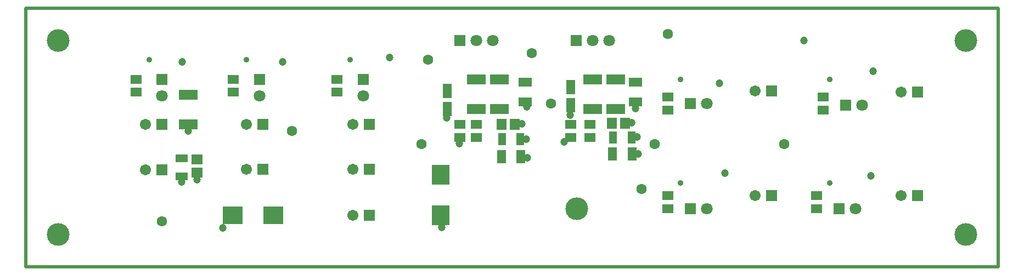
<source format=gts>
G04*
G04 #@! TF.GenerationSoftware,Altium Limited,Altium Designer,21.7.1 (17)*
G04*
G04 Layer_Color=8388736*
%FSLAX25Y25*%
%MOIN*%
G70*
G04*
G04 #@! TF.SameCoordinates,69AEE675-6442-4B96-895B-D7522D75E31D*
G04*
G04*
G04 #@! TF.FilePolarity,Negative*
G04*
G01*
G75*
%ADD11C,0.01968*%
%ADD29R,0.05328X0.07887*%
%ADD30R,0.06509X0.05524*%
%ADD31R,0.04540X0.07493*%
%ADD32R,0.11627X0.05834*%
%ADD33R,0.05918X0.06902*%
%ADD34R,0.05524X0.08674*%
%ADD35R,0.07887X0.05328*%
%ADD36R,0.12414X0.10839*%
%ADD37R,0.06902X0.05918*%
%ADD38R,0.07493X0.04540*%
%ADD39R,0.10839X0.12414*%
%ADD40R,0.07099X0.07099*%
%ADD41C,0.07099*%
%ADD42C,0.13800*%
%ADD43R,0.07099X0.07099*%
%ADD44C,0.07099*%
%ADD45R,0.07099X0.07099*%
%ADD46C,0.06706*%
%ADD47R,0.06706X0.06706*%
%ADD48C,0.04737*%
%ADD49C,0.06312*%
%ADD50C,0.03556*%
D11*
X0Y0D02*
X590551Y0D01*
X0Y-157480D02*
Y0D01*
X590551Y-157480D02*
Y0D01*
X0Y-157480D02*
X590551Y-157480D01*
D29*
X288798Y-90391D02*
D03*
X300609D02*
D03*
X368110Y-88631D02*
D03*
X356299D02*
D03*
D30*
X273465Y-70866D02*
D03*
Y-78740D02*
D03*
X263465Y-70866D02*
D03*
Y-78740D02*
D03*
X342520D02*
D03*
Y-70866D02*
D03*
X330709Y-78740D02*
D03*
Y-70866D02*
D03*
X484252Y-54257D02*
D03*
Y-62131D02*
D03*
X389764Y-114173D02*
D03*
Y-122047D02*
D03*
X480315Y-114173D02*
D03*
Y-122047D02*
D03*
X389764Y-54257D02*
D03*
Y-62131D02*
D03*
X66929Y-51181D02*
D03*
Y-43307D02*
D03*
X188976D02*
D03*
Y-51181D02*
D03*
X125984Y-43307D02*
D03*
Y-51181D02*
D03*
D31*
X289191Y-79884D02*
D03*
X300215D02*
D03*
X367717Y-78740D02*
D03*
X356693D02*
D03*
D32*
X287402Y-43307D02*
D03*
Y-61417D02*
D03*
X273465D02*
D03*
Y-43307D02*
D03*
X358268Y-61417D02*
D03*
Y-43307D02*
D03*
X344331Y-61417D02*
D03*
Y-43307D02*
D03*
X98425Y-52756D02*
D03*
Y-70866D02*
D03*
D33*
X296850D02*
D03*
X288976D02*
D03*
X356018Y-70005D02*
D03*
X363892D02*
D03*
D34*
X255906Y-50394D02*
D03*
Y-61417D02*
D03*
X330709Y-59055D02*
D03*
Y-48031D02*
D03*
D35*
X303150Y-45276D02*
D03*
Y-57087D02*
D03*
X370079Y-45276D02*
D03*
Y-57087D02*
D03*
D36*
X125492Y-125984D02*
D03*
X150098D02*
D03*
D37*
X103739Y-92252D02*
D03*
Y-100126D02*
D03*
D38*
X94488Y-102362D02*
D03*
Y-91339D02*
D03*
D39*
X251969Y-125984D02*
D03*
Y-101378D02*
D03*
D40*
X204724Y-43307D02*
D03*
X141732D02*
D03*
X82677D02*
D03*
D41*
X204724Y-53307D02*
D03*
X507874Y-59055D02*
D03*
X503937Y-122047D02*
D03*
X413386D02*
D03*
X413386Y-58194D02*
D03*
X141732Y-53307D02*
D03*
X82677D02*
D03*
D42*
X334646Y-122047D02*
D03*
X570866Y-137795D02*
D03*
Y-19685D02*
D03*
X19685Y-137795D02*
D03*
Y-19685D02*
D03*
D43*
X497874Y-59055D02*
D03*
X493937Y-122047D02*
D03*
X403386D02*
D03*
X403386Y-58194D02*
D03*
D44*
X283465Y-19685D02*
D03*
X273465D02*
D03*
X354331D02*
D03*
X344331D02*
D03*
D45*
X263465D02*
D03*
X334331D02*
D03*
D46*
X531496Y-51181D02*
D03*
X442756Y-114173D02*
D03*
X531496D02*
D03*
X442756Y-50320D02*
D03*
X198661Y-70866D02*
D03*
X133858D02*
D03*
X72677D02*
D03*
Y-98425D02*
D03*
X198661Y-98183D02*
D03*
X133910D02*
D03*
X198661Y-125984D02*
D03*
D47*
X541496Y-51181D02*
D03*
X452756Y-114173D02*
D03*
X541496D02*
D03*
X452756Y-50320D02*
D03*
X208661Y-70866D02*
D03*
X143858D02*
D03*
X82677D02*
D03*
Y-98425D02*
D03*
X208661Y-98183D02*
D03*
X143910D02*
D03*
X208661Y-125984D02*
D03*
D48*
X513358Y-102068D02*
D03*
X514478Y-38370D02*
D03*
X424601Y-100528D02*
D03*
X421241Y-45790D02*
D03*
X98410Y-74909D02*
D03*
X103729Y-104308D02*
D03*
X94630Y-105848D02*
D03*
X119409Y-133707D02*
D03*
X220766Y-30110D02*
D03*
X155948Y-32630D02*
D03*
X94910Y-32910D02*
D03*
X252685Y-133567D02*
D03*
X263185Y-82609D02*
D03*
X255485Y-66929D02*
D03*
X304204Y-60209D02*
D03*
X301124Y-70569D02*
D03*
X304484Y-91009D02*
D03*
X303784Y-79669D02*
D03*
X326744Y-81489D02*
D03*
X330523Y-64969D02*
D03*
X370142Y-61189D02*
D03*
X367762Y-69729D02*
D03*
X371122Y-78549D02*
D03*
X371962Y-88909D02*
D03*
X472441Y-19685D02*
D03*
D49*
X460630Y-82677D02*
D03*
X374016Y-110236D02*
D03*
X381890Y-82677D02*
D03*
X389764Y-15748D02*
D03*
X244094Y-31496D02*
D03*
X307087Y-27559D02*
D03*
X318898Y-58194D02*
D03*
X240158Y-82677D02*
D03*
X161417Y-74803D02*
D03*
X82677Y-129921D02*
D03*
D50*
X397638Y-43419D02*
D03*
X488189Y-43307D02*
D03*
X397638Y-106299D02*
D03*
X488189D02*
D03*
X74803Y-31496D02*
D03*
X133858D02*
D03*
X196850D02*
D03*
M02*

</source>
